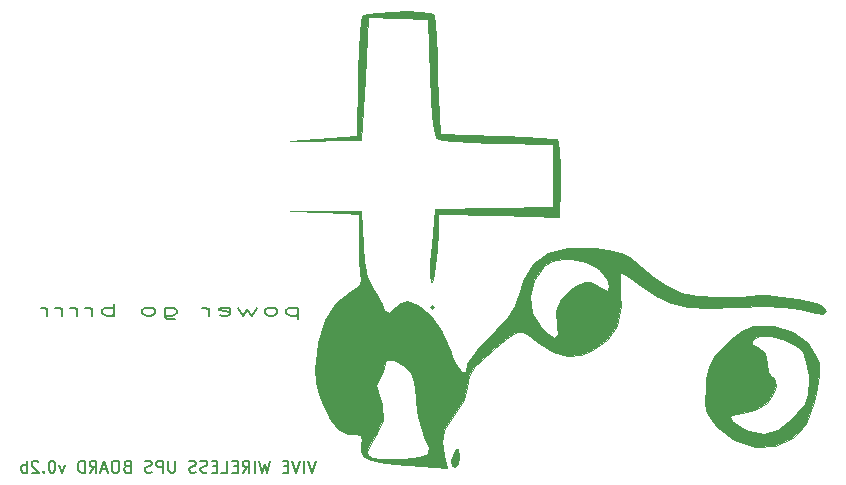
<source format=gbr>
%TF.GenerationSoftware,KiCad,Pcbnew,(5.99.0-12305-g62f7a09290)*%
%TF.CreationDate,2021-10-11T18:46:27-07:00*%
%TF.ProjectId,vive_ups,76697665-5f75-4707-932e-6b696361645f,rev?*%
%TF.SameCoordinates,Original*%
%TF.FileFunction,Legend,Bot*%
%TF.FilePolarity,Positive*%
%FSLAX46Y46*%
G04 Gerber Fmt 4.6, Leading zero omitted, Abs format (unit mm)*
G04 Created by KiCad (PCBNEW (5.99.0-12305-g62f7a09290)) date 2021-10-11 18:46:27*
%MOMM*%
%LPD*%
G01*
G04 APERTURE LIST*
%ADD10C,0.150000*%
%ADD11C,0.010000*%
G04 APERTURE END LIST*
D10*
X88464571Y-128309714D02*
X88464571Y-129309714D01*
X88464571Y-128357333D02*
X88271047Y-128309714D01*
X87884000Y-128309714D01*
X87690476Y-128357333D01*
X87593714Y-128404952D01*
X87496952Y-128500190D01*
X87496952Y-128785904D01*
X87593714Y-128881142D01*
X87690476Y-128928761D01*
X87884000Y-128976380D01*
X88271047Y-128976380D01*
X88464571Y-128928761D01*
X86335809Y-128976380D02*
X86529333Y-128928761D01*
X86626095Y-128881142D01*
X86722857Y-128785904D01*
X86722857Y-128500190D01*
X86626095Y-128404952D01*
X86529333Y-128357333D01*
X86335809Y-128309714D01*
X86045523Y-128309714D01*
X85852000Y-128357333D01*
X85755238Y-128404952D01*
X85658476Y-128500190D01*
X85658476Y-128785904D01*
X85755238Y-128881142D01*
X85852000Y-128928761D01*
X86045523Y-128976380D01*
X86335809Y-128976380D01*
X84981142Y-128309714D02*
X84594095Y-128976380D01*
X84207047Y-128500190D01*
X83820000Y-128976380D01*
X83432952Y-128309714D01*
X81884761Y-128928761D02*
X82078285Y-128976380D01*
X82465333Y-128976380D01*
X82658857Y-128928761D01*
X82755619Y-128833523D01*
X82755619Y-128452571D01*
X82658857Y-128357333D01*
X82465333Y-128309714D01*
X82078285Y-128309714D01*
X81884761Y-128357333D01*
X81788000Y-128452571D01*
X81788000Y-128547809D01*
X82755619Y-128643047D01*
X80917142Y-128976380D02*
X80917142Y-128309714D01*
X80917142Y-128500190D02*
X80820380Y-128404952D01*
X80723619Y-128357333D01*
X80530095Y-128309714D01*
X80336571Y-128309714D01*
X77240190Y-128309714D02*
X77240190Y-129119238D01*
X77336952Y-129214476D01*
X77433714Y-129262095D01*
X77627238Y-129309714D01*
X77917523Y-129309714D01*
X78111047Y-129262095D01*
X77240190Y-128928761D02*
X77433714Y-128976380D01*
X77820761Y-128976380D01*
X78014285Y-128928761D01*
X78111047Y-128881142D01*
X78207809Y-128785904D01*
X78207809Y-128500190D01*
X78111047Y-128404952D01*
X78014285Y-128357333D01*
X77820761Y-128309714D01*
X77433714Y-128309714D01*
X77240190Y-128357333D01*
X75982285Y-128976380D02*
X76175809Y-128928761D01*
X76272571Y-128881142D01*
X76369333Y-128785904D01*
X76369333Y-128500190D01*
X76272571Y-128404952D01*
X76175809Y-128357333D01*
X75982285Y-128309714D01*
X75692000Y-128309714D01*
X75498476Y-128357333D01*
X75401714Y-128404952D01*
X75304952Y-128500190D01*
X75304952Y-128785904D01*
X75401714Y-128881142D01*
X75498476Y-128928761D01*
X75692000Y-128976380D01*
X75982285Y-128976380D01*
X72885904Y-128976380D02*
X72885904Y-127976380D01*
X72885904Y-128357333D02*
X72692380Y-128309714D01*
X72305333Y-128309714D01*
X72111809Y-128357333D01*
X72015047Y-128404952D01*
X71918285Y-128500190D01*
X71918285Y-128785904D01*
X72015047Y-128881142D01*
X72111809Y-128928761D01*
X72305333Y-128976380D01*
X72692380Y-128976380D01*
X72885904Y-128928761D01*
X71047428Y-128976380D02*
X71047428Y-128309714D01*
X71047428Y-128500190D02*
X70950666Y-128404952D01*
X70853904Y-128357333D01*
X70660380Y-128309714D01*
X70466857Y-128309714D01*
X69789523Y-128976380D02*
X69789523Y-128309714D01*
X69789523Y-128500190D02*
X69692761Y-128404952D01*
X69596000Y-128357333D01*
X69402476Y-128309714D01*
X69208952Y-128309714D01*
X68531619Y-128976380D02*
X68531619Y-128309714D01*
X68531619Y-128500190D02*
X68434857Y-128404952D01*
X68338095Y-128357333D01*
X68144571Y-128309714D01*
X67951047Y-128309714D01*
X67273714Y-128976380D02*
X67273714Y-128309714D01*
X67273714Y-128500190D02*
X67176952Y-128404952D01*
X67080190Y-128357333D01*
X66886666Y-128309714D01*
X66693142Y-128309714D01*
X89993809Y-141268380D02*
X89660476Y-142268380D01*
X89327142Y-141268380D01*
X88993809Y-142268380D02*
X88993809Y-141268380D01*
X88660476Y-141268380D02*
X88327142Y-142268380D01*
X87993809Y-141268380D01*
X87660476Y-141744571D02*
X87327142Y-141744571D01*
X87184285Y-142268380D02*
X87660476Y-142268380D01*
X87660476Y-141268380D01*
X87184285Y-141268380D01*
X86089047Y-141268380D02*
X85850952Y-142268380D01*
X85660476Y-141554095D01*
X85470000Y-142268380D01*
X85231904Y-141268380D01*
X84850952Y-142268380D02*
X84850952Y-141268380D01*
X83803333Y-142268380D02*
X84136666Y-141792190D01*
X84374761Y-142268380D02*
X84374761Y-141268380D01*
X83993809Y-141268380D01*
X83898571Y-141316000D01*
X83850952Y-141363619D01*
X83803333Y-141458857D01*
X83803333Y-141601714D01*
X83850952Y-141696952D01*
X83898571Y-141744571D01*
X83993809Y-141792190D01*
X84374761Y-141792190D01*
X83374761Y-141744571D02*
X83041428Y-141744571D01*
X82898571Y-142268380D02*
X83374761Y-142268380D01*
X83374761Y-141268380D01*
X82898571Y-141268380D01*
X81993809Y-142268380D02*
X82470000Y-142268380D01*
X82470000Y-141268380D01*
X81660476Y-141744571D02*
X81327142Y-141744571D01*
X81184285Y-142268380D02*
X81660476Y-142268380D01*
X81660476Y-141268380D01*
X81184285Y-141268380D01*
X80803333Y-142220761D02*
X80660476Y-142268380D01*
X80422380Y-142268380D01*
X80327142Y-142220761D01*
X80279523Y-142173142D01*
X80231904Y-142077904D01*
X80231904Y-141982666D01*
X80279523Y-141887428D01*
X80327142Y-141839809D01*
X80422380Y-141792190D01*
X80612857Y-141744571D01*
X80708095Y-141696952D01*
X80755714Y-141649333D01*
X80803333Y-141554095D01*
X80803333Y-141458857D01*
X80755714Y-141363619D01*
X80708095Y-141316000D01*
X80612857Y-141268380D01*
X80374761Y-141268380D01*
X80231904Y-141316000D01*
X79850952Y-142220761D02*
X79708095Y-142268380D01*
X79470000Y-142268380D01*
X79374761Y-142220761D01*
X79327142Y-142173142D01*
X79279523Y-142077904D01*
X79279523Y-141982666D01*
X79327142Y-141887428D01*
X79374761Y-141839809D01*
X79470000Y-141792190D01*
X79660476Y-141744571D01*
X79755714Y-141696952D01*
X79803333Y-141649333D01*
X79850952Y-141554095D01*
X79850952Y-141458857D01*
X79803333Y-141363619D01*
X79755714Y-141316000D01*
X79660476Y-141268380D01*
X79422380Y-141268380D01*
X79279523Y-141316000D01*
X78089047Y-141268380D02*
X78089047Y-142077904D01*
X78041428Y-142173142D01*
X77993809Y-142220761D01*
X77898571Y-142268380D01*
X77708095Y-142268380D01*
X77612857Y-142220761D01*
X77565238Y-142173142D01*
X77517619Y-142077904D01*
X77517619Y-141268380D01*
X77041428Y-142268380D02*
X77041428Y-141268380D01*
X76660476Y-141268380D01*
X76565238Y-141316000D01*
X76517619Y-141363619D01*
X76470000Y-141458857D01*
X76470000Y-141601714D01*
X76517619Y-141696952D01*
X76565238Y-141744571D01*
X76660476Y-141792190D01*
X77041428Y-141792190D01*
X76089047Y-142220761D02*
X75946190Y-142268380D01*
X75708095Y-142268380D01*
X75612857Y-142220761D01*
X75565238Y-142173142D01*
X75517619Y-142077904D01*
X75517619Y-141982666D01*
X75565238Y-141887428D01*
X75612857Y-141839809D01*
X75708095Y-141792190D01*
X75898571Y-141744571D01*
X75993809Y-141696952D01*
X76041428Y-141649333D01*
X76089047Y-141554095D01*
X76089047Y-141458857D01*
X76041428Y-141363619D01*
X75993809Y-141316000D01*
X75898571Y-141268380D01*
X75660476Y-141268380D01*
X75517619Y-141316000D01*
X73993809Y-141744571D02*
X73850952Y-141792190D01*
X73803333Y-141839809D01*
X73755714Y-141935047D01*
X73755714Y-142077904D01*
X73803333Y-142173142D01*
X73850952Y-142220761D01*
X73946190Y-142268380D01*
X74327142Y-142268380D01*
X74327142Y-141268380D01*
X73993809Y-141268380D01*
X73898571Y-141316000D01*
X73850952Y-141363619D01*
X73803333Y-141458857D01*
X73803333Y-141554095D01*
X73850952Y-141649333D01*
X73898571Y-141696952D01*
X73993809Y-141744571D01*
X74327142Y-141744571D01*
X73136666Y-141268380D02*
X72946190Y-141268380D01*
X72850952Y-141316000D01*
X72755714Y-141411238D01*
X72708095Y-141601714D01*
X72708095Y-141935047D01*
X72755714Y-142125523D01*
X72850952Y-142220761D01*
X72946190Y-142268380D01*
X73136666Y-142268380D01*
X73231904Y-142220761D01*
X73327142Y-142125523D01*
X73374761Y-141935047D01*
X73374761Y-141601714D01*
X73327142Y-141411238D01*
X73231904Y-141316000D01*
X73136666Y-141268380D01*
X72327142Y-141982666D02*
X71850952Y-141982666D01*
X72422380Y-142268380D02*
X72089047Y-141268380D01*
X71755714Y-142268380D01*
X70850952Y-142268380D02*
X71184285Y-141792190D01*
X71422380Y-142268380D02*
X71422380Y-141268380D01*
X71041428Y-141268380D01*
X70946190Y-141316000D01*
X70898571Y-141363619D01*
X70850952Y-141458857D01*
X70850952Y-141601714D01*
X70898571Y-141696952D01*
X70946190Y-141744571D01*
X71041428Y-141792190D01*
X71422380Y-141792190D01*
X70422380Y-142268380D02*
X70422380Y-141268380D01*
X70184285Y-141268380D01*
X70041428Y-141316000D01*
X69946190Y-141411238D01*
X69898571Y-141506476D01*
X69850952Y-141696952D01*
X69850952Y-141839809D01*
X69898571Y-142030285D01*
X69946190Y-142125523D01*
X70041428Y-142220761D01*
X70184285Y-142268380D01*
X70422380Y-142268380D01*
X68755714Y-141601714D02*
X68517619Y-142268380D01*
X68279523Y-141601714D01*
X67708095Y-141268380D02*
X67612857Y-141268380D01*
X67517619Y-141316000D01*
X67470000Y-141363619D01*
X67422380Y-141458857D01*
X67374761Y-141649333D01*
X67374761Y-141887428D01*
X67422380Y-142077904D01*
X67470000Y-142173142D01*
X67517619Y-142220761D01*
X67612857Y-142268380D01*
X67708095Y-142268380D01*
X67803333Y-142220761D01*
X67850952Y-142173142D01*
X67898571Y-142077904D01*
X67946190Y-141887428D01*
X67946190Y-141649333D01*
X67898571Y-141458857D01*
X67850952Y-141363619D01*
X67803333Y-141316000D01*
X67708095Y-141268380D01*
X66946190Y-142173142D02*
X66898571Y-142220761D01*
X66946190Y-142268380D01*
X66993809Y-142220761D01*
X66946190Y-142173142D01*
X66946190Y-142268380D01*
X66517619Y-141363619D02*
X66470000Y-141316000D01*
X66374761Y-141268380D01*
X66136666Y-141268380D01*
X66041428Y-141316000D01*
X65993809Y-141363619D01*
X65946190Y-141458857D01*
X65946190Y-141554095D01*
X65993809Y-141696952D01*
X66565238Y-142268380D01*
X65946190Y-142268380D01*
X65517619Y-142268380D02*
X65517619Y-141268380D01*
X65517619Y-141649333D02*
X65422380Y-141601714D01*
X65231904Y-141601714D01*
X65136666Y-141649333D01*
X65089047Y-141696952D01*
X65041428Y-141792190D01*
X65041428Y-142077904D01*
X65089047Y-142173142D01*
X65136666Y-142220761D01*
X65231904Y-142268380D01*
X65422380Y-142268380D01*
X65517619Y-142220761D01*
D11*
%TO.C,G\u002A\u002A\u002A*%
X101870972Y-140265815D02*
X101758750Y-140422109D01*
X101758750Y-140422109D02*
X101445981Y-141167250D01*
X101445981Y-141167250D02*
X101504459Y-141704947D01*
X101504459Y-141704947D02*
X101758750Y-141833220D01*
X101758750Y-141833220D02*
X102013029Y-141528955D01*
X102013029Y-141528955D02*
X102106126Y-140863081D01*
X102106126Y-140863081D02*
X102053449Y-140247192D01*
X102053449Y-140247192D02*
X101870972Y-140265815D01*
X101870972Y-140265815D02*
X101870972Y-140265815D01*
G36*
X102106126Y-140863081D02*
G01*
X102013029Y-141528955D01*
X101758750Y-141833220D01*
X101504459Y-141704947D01*
X101445981Y-141167250D01*
X101758750Y-140422109D01*
X101870972Y-140265815D01*
X102053449Y-140247192D01*
X102106126Y-140863081D01*
G37*
X102106126Y-140863081D02*
X102013029Y-141528955D01*
X101758750Y-141833220D01*
X101504459Y-141704947D01*
X101445981Y-141167250D01*
X101758750Y-140422109D01*
X101870972Y-140265815D01*
X102053449Y-140247192D01*
X102106126Y-140863081D01*
X90734445Y-120215623D02*
X93644861Y-120342310D01*
X93644861Y-120342310D02*
X93644861Y-122945023D01*
X93644861Y-122945023D02*
X93666988Y-124282144D01*
X93666988Y-124282144D02*
X93725268Y-125370375D01*
X93725268Y-125370375D02*
X93807552Y-125991484D01*
X93807552Y-125991484D02*
X93815918Y-126017562D01*
X93815918Y-126017562D02*
X93644316Y-126483311D01*
X93644316Y-126483311D02*
X92931732Y-126979409D01*
X92931732Y-126979409D02*
X92854406Y-127016553D01*
X92854406Y-127016553D02*
X91667487Y-127901339D01*
X91667487Y-127901339D02*
X90799635Y-129323490D01*
X90799635Y-129323490D02*
X90222581Y-131335199D01*
X90222581Y-131335199D02*
X90094772Y-132111639D01*
X90094772Y-132111639D02*
X89942084Y-133522164D01*
X89942084Y-133522164D02*
X89986258Y-134585713D01*
X89986258Y-134585713D02*
X90259652Y-135641419D01*
X90259652Y-135641419D02*
X90491536Y-136270040D01*
X90491536Y-136270040D02*
X91170950Y-137730866D01*
X91170950Y-137730866D02*
X91885608Y-138596234D01*
X91885608Y-138596234D02*
X92741606Y-138972672D01*
X92741606Y-138972672D02*
X93221365Y-139010998D01*
X93221365Y-139010998D02*
X93831899Y-139116433D01*
X93831899Y-139116433D02*
X93922841Y-139574139D01*
X93922841Y-139574139D02*
X93862904Y-139852577D01*
X93862904Y-139852577D02*
X93801542Y-140475984D01*
X93801542Y-140475984D02*
X94047028Y-140921180D01*
X94047028Y-140921180D02*
X94696268Y-141231831D01*
X94696268Y-141231831D02*
X95846171Y-141451608D01*
X95846171Y-141451608D02*
X97593643Y-141624180D01*
X97593643Y-141624180D02*
X97835790Y-141642859D01*
X97835790Y-141642859D02*
X101144775Y-141893352D01*
X101144775Y-141893352D02*
X100873405Y-140893147D01*
X100873405Y-140893147D02*
X100731974Y-140100650D01*
X100731974Y-140100650D02*
X99598466Y-140100650D01*
X99598466Y-140100650D02*
X99476331Y-140658214D01*
X99476331Y-140658214D02*
X98782810Y-140984130D01*
X98782810Y-140984130D02*
X97466747Y-141118477D01*
X97466747Y-141118477D02*
X96830933Y-141127665D01*
X96830933Y-141127665D02*
X95500901Y-141100017D01*
X95500901Y-141100017D02*
X94737437Y-140996309D01*
X94737437Y-140996309D02*
X94402985Y-140785389D01*
X94402985Y-140785389D02*
X94350417Y-140565947D01*
X94350417Y-140565947D02*
X94557549Y-139906008D01*
X94557549Y-139906008D02*
X95055592Y-139107744D01*
X95055592Y-139107744D02*
X95055972Y-139107261D01*
X95055972Y-139107261D02*
X95679048Y-137832669D01*
X95679048Y-137832669D02*
X95622988Y-136424452D01*
X95622988Y-136424452D02*
X95347764Y-135666639D01*
X95347764Y-135666639D02*
X95110571Y-134880965D01*
X95110571Y-134880965D02*
X95322193Y-134371056D01*
X95322193Y-134371056D02*
X95347764Y-134344762D01*
X95347764Y-134344762D02*
X95711797Y-133646640D01*
X95711797Y-133646640D02*
X95761528Y-133295998D01*
X95761528Y-133295998D02*
X95984015Y-132761344D01*
X95984015Y-132761344D02*
X96583256Y-132743620D01*
X96583256Y-132743620D02*
X97456925Y-133241790D01*
X97456925Y-133241790D02*
X97548223Y-133314083D01*
X97548223Y-133314083D02*
X98029248Y-133850406D01*
X98029248Y-133850406D02*
X98319619Y-134627187D01*
X98319619Y-134627187D02*
X98488660Y-135852384D01*
X98488660Y-135852384D02*
X98517921Y-136222999D01*
X98517921Y-136222999D02*
X98684623Y-137544099D01*
X98684623Y-137544099D02*
X98951343Y-138678966D01*
X98951343Y-138678966D02*
X99200377Y-139271357D01*
X99200377Y-139271357D02*
X99598466Y-140100650D01*
X99598466Y-140100650D02*
X100731974Y-140100650D01*
X100731974Y-140100650D02*
X100651384Y-139649077D01*
X100651384Y-139649077D02*
X100837939Y-138673165D01*
X100837939Y-138673165D02*
X101507988Y-137662184D01*
X101507988Y-137662184D02*
X101738198Y-137393008D01*
X101738198Y-137393008D02*
X102586063Y-136107876D01*
X102586063Y-136107876D02*
X102817084Y-134982828D01*
X102817084Y-134982828D02*
X102955683Y-134098817D01*
X102955683Y-134098817D02*
X103462380Y-133287648D01*
X103462380Y-133287648D02*
X104199129Y-132552836D01*
X104199129Y-132552836D02*
X105188767Y-131701874D01*
X105188767Y-131701874D02*
X106125567Y-130964891D01*
X106125567Y-130964891D02*
X106475769Y-130718080D01*
X106475769Y-130718080D02*
X107049405Y-130392645D01*
X107049405Y-130392645D02*
X107516086Y-130379468D01*
X107516086Y-130379468D02*
X108122197Y-130729107D01*
X108122197Y-130729107D02*
X108709695Y-131176479D01*
X108709695Y-131176479D02*
X110066821Y-132076343D01*
X110066821Y-132076343D02*
X111244194Y-132431069D01*
X111244194Y-132431069D02*
X112459339Y-132278596D01*
X112459339Y-132278596D02*
X113269358Y-131971736D01*
X113269358Y-131971736D02*
X114670682Y-131070544D01*
X114670682Y-131070544D02*
X115509146Y-129819723D01*
X115509146Y-129819723D02*
X115821323Y-128149144D01*
X115821323Y-128149144D02*
X115791542Y-127135238D01*
X115791542Y-127135238D02*
X115753793Y-126511924D01*
X115753793Y-126511924D02*
X114811528Y-126511924D01*
X114811528Y-126511924D02*
X114757245Y-126884915D01*
X114757245Y-126884915D02*
X114470045Y-126851339D01*
X114470045Y-126851339D02*
X113913373Y-126509206D01*
X113913373Y-126509206D02*
X113286335Y-126158770D01*
X113286335Y-126158770D02*
X112771059Y-126152793D01*
X112771059Y-126152793D02*
X112057787Y-126513909D01*
X112057787Y-126513909D02*
X111814920Y-126662537D01*
X111814920Y-126662537D02*
X110745734Y-127557018D01*
X110745734Y-127557018D02*
X110309428Y-128607039D01*
X110309428Y-128607039D02*
X110403547Y-129846703D01*
X110403547Y-129846703D02*
X110472126Y-130644898D01*
X110472126Y-130644898D02*
X110189381Y-130842682D01*
X110189381Y-130842682D02*
X109546513Y-130440831D01*
X109546513Y-130440831D02*
X109038801Y-129967058D01*
X109038801Y-129967058D02*
X108297548Y-128765295D01*
X108297548Y-128765295D02*
X108110934Y-127344610D01*
X108110934Y-127344610D02*
X108497209Y-125944439D01*
X108497209Y-125944439D02*
X108705663Y-125595743D01*
X108705663Y-125595743D02*
X109353657Y-124769905D01*
X109353657Y-124769905D02*
X110011648Y-124354465D01*
X110011648Y-124354465D02*
X110961635Y-124211715D01*
X110961635Y-124211715D02*
X111564369Y-124199733D01*
X111564369Y-124199733D02*
X112845937Y-124425034D01*
X112845937Y-124425034D02*
X113935568Y-125020418D01*
X113935568Y-125020418D02*
X114643906Y-125851053D01*
X114643906Y-125851053D02*
X114811528Y-126511924D01*
X114811528Y-126511924D02*
X115753793Y-126511924D01*
X115753793Y-126511924D02*
X115728398Y-126092615D01*
X115728398Y-126092615D02*
X115731714Y-125408971D01*
X115731714Y-125408971D02*
X115773807Y-125252664D01*
X115773807Y-125252664D02*
X116105719Y-125449096D01*
X116105719Y-125449096D02*
X116821634Y-125957374D01*
X116821634Y-125957374D02*
X117529382Y-126487484D01*
X117529382Y-126487484D02*
X118802880Y-127347297D01*
X118802880Y-127347297D02*
X120074139Y-127917658D01*
X120074139Y-127917658D02*
X121514704Y-128235665D01*
X121514704Y-128235665D02*
X123296120Y-128338411D01*
X123296120Y-128338411D02*
X125589932Y-128262994D01*
X125589932Y-128262994D02*
X125707746Y-128256018D01*
X125707746Y-128256018D02*
X127915722Y-128173803D01*
X127915722Y-128173803D02*
X129615883Y-128236287D01*
X129615883Y-128236287D02*
X130992811Y-128452525D01*
X130992811Y-128452525D02*
X131303889Y-128530514D01*
X131303889Y-128530514D02*
X132388511Y-128793973D01*
X132388511Y-128793973D02*
X132953496Y-128834154D01*
X132953496Y-128834154D02*
X133147733Y-128653356D01*
X133147733Y-128653356D02*
X133155972Y-128559097D01*
X133155972Y-128559097D02*
X132856739Y-128125629D01*
X132856739Y-128125629D02*
X132362222Y-127913513D01*
X132362222Y-127913513D02*
X130802215Y-127603351D01*
X130802215Y-127603351D02*
X129353888Y-127373955D01*
X129353888Y-127373955D02*
X128189593Y-127247294D01*
X128189593Y-127247294D02*
X127481681Y-127245333D01*
X127481681Y-127245333D02*
X127374273Y-127277770D01*
X127374273Y-127277770D02*
X126896881Y-127360704D01*
X126896881Y-127360704D02*
X125898407Y-127412185D01*
X125898407Y-127412185D02*
X124562923Y-127424534D01*
X124562923Y-127424534D02*
X124020937Y-127417661D01*
X124020937Y-127417661D02*
X122305207Y-127323519D01*
X122305207Y-127323519D02*
X120956802Y-127052630D01*
X120956802Y-127052630D02*
X119746090Y-126512246D01*
X119746090Y-126512246D02*
X118443441Y-125609624D01*
X118443441Y-125609624D02*
X117381410Y-124736033D01*
X117381410Y-124736033D02*
X116729374Y-124185127D01*
X116729374Y-124185127D02*
X116439807Y-123942496D01*
X116439807Y-123942496D02*
X115834526Y-123684151D01*
X115834526Y-123684151D02*
X114770781Y-123439209D01*
X114770781Y-123439209D02*
X113654727Y-123281478D01*
X113654727Y-123281478D02*
X111387774Y-123248225D01*
X111387774Y-123248225D02*
X109632688Y-123682028D01*
X109632688Y-123682028D02*
X108354411Y-124604205D01*
X108354411Y-124604205D02*
X107517888Y-126036074D01*
X107517888Y-126036074D02*
X107202772Y-127204854D01*
X107202772Y-127204854D02*
X106904344Y-128135871D01*
X106904344Y-128135871D02*
X106296438Y-129083515D01*
X106296438Y-129083515D02*
X105261853Y-130218743D01*
X105261853Y-130218743D02*
X104879420Y-130593819D01*
X104879420Y-130593819D02*
X103915027Y-131590621D01*
X103915027Y-131590621D02*
X103191806Y-132464506D01*
X103191806Y-132464506D02*
X102834600Y-133060650D01*
X102834600Y-133060650D02*
X102817084Y-133151458D01*
X102817084Y-133151458D02*
X102682620Y-133715116D01*
X102682620Y-133715116D02*
X102353137Y-133731197D01*
X102353137Y-133731197D02*
X101939495Y-133287931D01*
X101939495Y-133287931D02*
X101552555Y-132473543D01*
X101552555Y-132473543D02*
X101425064Y-132043637D01*
X101425064Y-132043637D02*
X100625875Y-130196052D01*
X100625875Y-130196052D02*
X99724089Y-129045026D01*
X99724089Y-129045026D02*
X98625032Y-128089643D01*
X98625032Y-128089643D02*
X97752153Y-127756704D01*
X97752153Y-127756704D02*
X97037082Y-128027521D01*
X97037082Y-128027521D02*
X96819861Y-128251276D01*
X96819861Y-128251276D02*
X96234220Y-128734174D01*
X96234220Y-128734174D02*
X95803571Y-128533726D01*
X95803571Y-128533726D02*
X95567185Y-127986692D01*
X95567185Y-127986692D02*
X95128249Y-127066261D01*
X95128249Y-127066261D02*
X94749662Y-126540256D01*
X94749662Y-126540256D02*
X94370773Y-125742197D01*
X94370773Y-125742197D02*
X94109901Y-124318888D01*
X94109901Y-124318888D02*
X93997639Y-123012478D01*
X93997639Y-123012478D02*
X93821250Y-120137387D01*
X93821250Y-120137387D02*
X87824028Y-120088937D01*
X87824028Y-120088937D02*
X90734445Y-120215623D01*
X90734445Y-120215623D02*
X90734445Y-120215623D01*
G36*
X101144775Y-141893352D02*
G01*
X97835790Y-141642859D01*
X97593643Y-141624180D01*
X95846171Y-141451608D01*
X94696268Y-141231831D01*
X94047028Y-140921180D01*
X93851149Y-140565947D01*
X94350417Y-140565947D01*
X94402985Y-140785389D01*
X94737437Y-140996309D01*
X95500901Y-141100017D01*
X96830933Y-141127665D01*
X97466747Y-141118477D01*
X98782810Y-140984130D01*
X99476331Y-140658214D01*
X99598466Y-140100650D01*
X99200377Y-139271357D01*
X98951343Y-138678966D01*
X98684623Y-137544099D01*
X98517921Y-136222999D01*
X98488660Y-135852384D01*
X98319619Y-134627187D01*
X98029248Y-133850406D01*
X97548223Y-133314083D01*
X97456925Y-133241790D01*
X96583256Y-132743620D01*
X95984015Y-132761344D01*
X95761528Y-133295998D01*
X95711797Y-133646640D01*
X95347764Y-134344762D01*
X95322193Y-134371056D01*
X95110571Y-134880965D01*
X95347764Y-135666639D01*
X95622988Y-136424452D01*
X95679048Y-137832669D01*
X95055972Y-139107261D01*
X95055592Y-139107744D01*
X94557549Y-139906008D01*
X94350417Y-140565947D01*
X93851149Y-140565947D01*
X93801542Y-140475984D01*
X93862904Y-139852577D01*
X93922841Y-139574139D01*
X93831899Y-139116433D01*
X93221365Y-139010998D01*
X92741606Y-138972672D01*
X91885608Y-138596234D01*
X91170950Y-137730866D01*
X90491536Y-136270040D01*
X90259652Y-135641419D01*
X89986258Y-134585713D01*
X89942084Y-133522164D01*
X90094772Y-132111639D01*
X90222581Y-131335199D01*
X90799635Y-129323490D01*
X91667487Y-127901339D01*
X92854406Y-127016553D01*
X92931732Y-126979409D01*
X93644316Y-126483311D01*
X93815918Y-126017562D01*
X93807552Y-125991484D01*
X93725268Y-125370375D01*
X93666988Y-124282144D01*
X93644861Y-122945023D01*
X93644861Y-120342310D01*
X90734445Y-120215623D01*
X87824028Y-120088937D01*
X93821250Y-120137387D01*
X93997639Y-123012478D01*
X94109901Y-124318888D01*
X94370773Y-125742197D01*
X94749662Y-126540256D01*
X95128249Y-127066261D01*
X95567185Y-127986692D01*
X95803571Y-128533726D01*
X96234220Y-128734174D01*
X96819861Y-128251276D01*
X97037082Y-128027521D01*
X97752153Y-127756704D01*
X98625032Y-128089643D01*
X99724089Y-129045026D01*
X100625875Y-130196052D01*
X101425064Y-132043637D01*
X101552555Y-132473543D01*
X101939495Y-133287931D01*
X102353137Y-133731197D01*
X102682620Y-133715116D01*
X102817084Y-133151458D01*
X102834600Y-133060650D01*
X103191806Y-132464506D01*
X103915027Y-131590621D01*
X104879420Y-130593819D01*
X105261853Y-130218743D01*
X106296438Y-129083515D01*
X106904344Y-128135871D01*
X107157975Y-127344610D01*
X108110934Y-127344610D01*
X108297548Y-128765295D01*
X109038801Y-129967058D01*
X109546513Y-130440831D01*
X110189381Y-130842682D01*
X110472126Y-130644898D01*
X110403547Y-129846703D01*
X110309428Y-128607039D01*
X110745734Y-127557018D01*
X111814920Y-126662537D01*
X112057787Y-126513909D01*
X112771059Y-126152793D01*
X113286335Y-126158770D01*
X113913373Y-126509206D01*
X114470045Y-126851339D01*
X114757245Y-126884915D01*
X114811528Y-126511924D01*
X114643906Y-125851053D01*
X113935568Y-125020418D01*
X112845937Y-124425034D01*
X111564369Y-124199733D01*
X110961635Y-124211715D01*
X110011648Y-124354465D01*
X109353657Y-124769905D01*
X108705663Y-125595743D01*
X108497209Y-125944439D01*
X108110934Y-127344610D01*
X107157975Y-127344610D01*
X107202772Y-127204854D01*
X107517888Y-126036074D01*
X108354411Y-124604205D01*
X109632688Y-123682028D01*
X111387774Y-123248225D01*
X113654727Y-123281478D01*
X114770781Y-123439209D01*
X115834526Y-123684151D01*
X116439807Y-123942496D01*
X116729374Y-124185127D01*
X117381410Y-124736033D01*
X118443441Y-125609624D01*
X119746090Y-126512246D01*
X120956802Y-127052630D01*
X122305207Y-127323519D01*
X124020937Y-127417661D01*
X124562923Y-127424534D01*
X125898407Y-127412185D01*
X126896881Y-127360704D01*
X127374273Y-127277770D01*
X127481681Y-127245333D01*
X128189593Y-127247294D01*
X129353888Y-127373955D01*
X130802215Y-127603351D01*
X132362222Y-127913513D01*
X132856739Y-128125629D01*
X133155972Y-128559097D01*
X133147733Y-128653356D01*
X132953496Y-128834154D01*
X132388511Y-128793973D01*
X131303889Y-128530514D01*
X130992811Y-128452525D01*
X129615883Y-128236287D01*
X127915722Y-128173803D01*
X125707746Y-128256018D01*
X125589932Y-128262994D01*
X123296120Y-128338411D01*
X121514704Y-128235665D01*
X120074139Y-127917658D01*
X118802880Y-127347297D01*
X117529382Y-126487484D01*
X116821634Y-125957374D01*
X116105719Y-125449096D01*
X115773807Y-125252664D01*
X115731714Y-125408971D01*
X115728398Y-126092615D01*
X115753793Y-126511924D01*
X115791542Y-127135238D01*
X115821323Y-128149144D01*
X115509146Y-129819723D01*
X114670682Y-131070544D01*
X113269358Y-131971736D01*
X112459339Y-132278596D01*
X111244194Y-132431069D01*
X110066821Y-132076343D01*
X108709695Y-131176479D01*
X108122197Y-130729107D01*
X107516086Y-130379468D01*
X107049405Y-130392645D01*
X106475769Y-130718080D01*
X106125567Y-130964891D01*
X105188767Y-131701874D01*
X104199129Y-132552836D01*
X103462380Y-133287648D01*
X102955683Y-134098817D01*
X102817084Y-134982828D01*
X102586063Y-136107876D01*
X101738198Y-137393008D01*
X101507988Y-137662184D01*
X100837939Y-138673165D01*
X100651384Y-139649077D01*
X100731974Y-140100650D01*
X100873405Y-140893147D01*
X101144775Y-141893352D01*
G37*
X101144775Y-141893352D02*
X97835790Y-141642859D01*
X97593643Y-141624180D01*
X95846171Y-141451608D01*
X94696268Y-141231831D01*
X94047028Y-140921180D01*
X93851149Y-140565947D01*
X94350417Y-140565947D01*
X94402985Y-140785389D01*
X94737437Y-140996309D01*
X95500901Y-141100017D01*
X96830933Y-141127665D01*
X97466747Y-141118477D01*
X98782810Y-140984130D01*
X99476331Y-140658214D01*
X99598466Y-140100650D01*
X99200377Y-139271357D01*
X98951343Y-138678966D01*
X98684623Y-137544099D01*
X98517921Y-136222999D01*
X98488660Y-135852384D01*
X98319619Y-134627187D01*
X98029248Y-133850406D01*
X97548223Y-133314083D01*
X97456925Y-133241790D01*
X96583256Y-132743620D01*
X95984015Y-132761344D01*
X95761528Y-133295998D01*
X95711797Y-133646640D01*
X95347764Y-134344762D01*
X95322193Y-134371056D01*
X95110571Y-134880965D01*
X95347764Y-135666639D01*
X95622988Y-136424452D01*
X95679048Y-137832669D01*
X95055972Y-139107261D01*
X95055592Y-139107744D01*
X94557549Y-139906008D01*
X94350417Y-140565947D01*
X93851149Y-140565947D01*
X93801542Y-140475984D01*
X93862904Y-139852577D01*
X93922841Y-139574139D01*
X93831899Y-139116433D01*
X93221365Y-139010998D01*
X92741606Y-138972672D01*
X91885608Y-138596234D01*
X91170950Y-137730866D01*
X90491536Y-136270040D01*
X90259652Y-135641419D01*
X89986258Y-134585713D01*
X89942084Y-133522164D01*
X90094772Y-132111639D01*
X90222581Y-131335199D01*
X90799635Y-129323490D01*
X91667487Y-127901339D01*
X92854406Y-127016553D01*
X92931732Y-126979409D01*
X93644316Y-126483311D01*
X93815918Y-126017562D01*
X93807552Y-125991484D01*
X93725268Y-125370375D01*
X93666988Y-124282144D01*
X93644861Y-122945023D01*
X93644861Y-120342310D01*
X90734445Y-120215623D01*
X87824028Y-120088937D01*
X93821250Y-120137387D01*
X93997639Y-123012478D01*
X94109901Y-124318888D01*
X94370773Y-125742197D01*
X94749662Y-126540256D01*
X95128249Y-127066261D01*
X95567185Y-127986692D01*
X95803571Y-128533726D01*
X96234220Y-128734174D01*
X96819861Y-128251276D01*
X97037082Y-128027521D01*
X97752153Y-127756704D01*
X98625032Y-128089643D01*
X99724089Y-129045026D01*
X100625875Y-130196052D01*
X101425064Y-132043637D01*
X101552555Y-132473543D01*
X101939495Y-133287931D01*
X102353137Y-133731197D01*
X102682620Y-133715116D01*
X102817084Y-133151458D01*
X102834600Y-133060650D01*
X103191806Y-132464506D01*
X103915027Y-131590621D01*
X104879420Y-130593819D01*
X105261853Y-130218743D01*
X106296438Y-129083515D01*
X106904344Y-128135871D01*
X107157975Y-127344610D01*
X108110934Y-127344610D01*
X108297548Y-128765295D01*
X109038801Y-129967058D01*
X109546513Y-130440831D01*
X110189381Y-130842682D01*
X110472126Y-130644898D01*
X110403547Y-129846703D01*
X110309428Y-128607039D01*
X110745734Y-127557018D01*
X111814920Y-126662537D01*
X112057787Y-126513909D01*
X112771059Y-126152793D01*
X113286335Y-126158770D01*
X113913373Y-126509206D01*
X114470045Y-126851339D01*
X114757245Y-126884915D01*
X114811528Y-126511924D01*
X114643906Y-125851053D01*
X113935568Y-125020418D01*
X112845937Y-124425034D01*
X111564369Y-124199733D01*
X110961635Y-124211715D01*
X110011648Y-124354465D01*
X109353657Y-124769905D01*
X108705663Y-125595743D01*
X108497209Y-125944439D01*
X108110934Y-127344610D01*
X107157975Y-127344610D01*
X107202772Y-127204854D01*
X107517888Y-126036074D01*
X108354411Y-124604205D01*
X109632688Y-123682028D01*
X111387774Y-123248225D01*
X113654727Y-123281478D01*
X114770781Y-123439209D01*
X115834526Y-123684151D01*
X116439807Y-123942496D01*
X116729374Y-124185127D01*
X117381410Y-124736033D01*
X118443441Y-125609624D01*
X119746090Y-126512246D01*
X120956802Y-127052630D01*
X122305207Y-127323519D01*
X124020937Y-127417661D01*
X124562923Y-127424534D01*
X125898407Y-127412185D01*
X126896881Y-127360704D01*
X127374273Y-127277770D01*
X127481681Y-127245333D01*
X128189593Y-127247294D01*
X129353888Y-127373955D01*
X130802215Y-127603351D01*
X132362222Y-127913513D01*
X132856739Y-128125629D01*
X133155972Y-128559097D01*
X133147733Y-128653356D01*
X132953496Y-128834154D01*
X132388511Y-128793973D01*
X131303889Y-128530514D01*
X130992811Y-128452525D01*
X129615883Y-128236287D01*
X127915722Y-128173803D01*
X125707746Y-128256018D01*
X125589932Y-128262994D01*
X123296120Y-128338411D01*
X121514704Y-128235665D01*
X120074139Y-127917658D01*
X118802880Y-127347297D01*
X117529382Y-126487484D01*
X116821634Y-125957374D01*
X116105719Y-125449096D01*
X115773807Y-125252664D01*
X115731714Y-125408971D01*
X115728398Y-126092615D01*
X115753793Y-126511924D01*
X115791542Y-127135238D01*
X115821323Y-128149144D01*
X115509146Y-129819723D01*
X114670682Y-131070544D01*
X113269358Y-131971736D01*
X112459339Y-132278596D01*
X111244194Y-132431069D01*
X110066821Y-132076343D01*
X108709695Y-131176479D01*
X108122197Y-130729107D01*
X107516086Y-130379468D01*
X107049405Y-130392645D01*
X106475769Y-130718080D01*
X106125567Y-130964891D01*
X105188767Y-131701874D01*
X104199129Y-132552836D01*
X103462380Y-133287648D01*
X102955683Y-134098817D01*
X102817084Y-134982828D01*
X102586063Y-136107876D01*
X101738198Y-137393008D01*
X101507988Y-137662184D01*
X100837939Y-138673165D01*
X100651384Y-139649077D01*
X100731974Y-140100650D01*
X100873405Y-140893147D01*
X101144775Y-141893352D01*
X126976829Y-129886748D02*
X126123421Y-130301025D01*
X126123421Y-130301025D02*
X125104602Y-131051981D01*
X125104602Y-131051981D02*
X124530368Y-131584793D01*
X124530368Y-131584793D02*
X123713904Y-132502954D01*
X123713904Y-132502954D02*
X123271325Y-133320210D01*
X123271325Y-133320210D02*
X123061030Y-134358478D01*
X123061030Y-134358478D02*
X122998242Y-135067947D01*
X122998242Y-135067947D02*
X122946129Y-136285270D01*
X122946129Y-136285270D02*
X123064097Y-137088984D01*
X123064097Y-137088984D02*
X123433857Y-137765481D01*
X123433857Y-137765481D02*
X123943941Y-138382593D01*
X123943941Y-138382593D02*
X125409974Y-139547750D01*
X125409974Y-139547750D02*
X127158198Y-140103713D01*
X127158198Y-140103713D02*
X128917563Y-140029998D01*
X128917563Y-140029998D02*
X130376025Y-139381141D01*
X130376025Y-139381141D02*
X131481694Y-138133468D01*
X131481694Y-138133468D02*
X132218104Y-136308399D01*
X132218104Y-136308399D02*
X132389877Y-135512842D01*
X132389877Y-135512842D02*
X132509338Y-134544885D01*
X132509338Y-134544885D02*
X131744861Y-134544885D01*
X131744861Y-134544885D02*
X131683293Y-135636472D01*
X131683293Y-135636472D02*
X131407522Y-136426789D01*
X131407522Y-136426789D02*
X130780948Y-137224669D01*
X130780948Y-137224669D02*
X130375254Y-137641390D01*
X130375254Y-137641390D02*
X129138371Y-138636990D01*
X129138371Y-138636990D02*
X127966491Y-138996933D01*
X127966491Y-138996933D02*
X126695730Y-138752961D01*
X126695730Y-138752961D02*
X126082898Y-138472772D01*
X126082898Y-138472772D02*
X125268608Y-137928416D01*
X125268608Y-137928416D02*
X125103179Y-137510764D01*
X125103179Y-137510764D02*
X125588016Y-137277097D01*
X125588016Y-137277097D02*
X126052842Y-137247109D01*
X126052842Y-137247109D02*
X127175058Y-136992713D01*
X127175058Y-136992713D02*
X128163342Y-136346796D01*
X128163342Y-136346796D02*
X128799978Y-135485261D01*
X128799978Y-135485261D02*
X128922639Y-134928449D01*
X128922639Y-134928449D02*
X128798598Y-134277821D01*
X128798598Y-134277821D02*
X128569861Y-134072109D01*
X128569861Y-134072109D02*
X128325085Y-133764820D01*
X128325085Y-133764820D02*
X128217326Y-133021280D01*
X128217326Y-133021280D02*
X128217084Y-132980749D01*
X128217084Y-132980749D02*
X128062758Y-132105855D01*
X128062758Y-132105855D02*
X127538050Y-131712088D01*
X127538050Y-131712088D02*
X127511528Y-131704882D01*
X127511528Y-131704882D02*
X126890489Y-131386228D01*
X126890489Y-131386228D02*
X126953956Y-131004718D01*
X126953956Y-131004718D02*
X127517067Y-130718962D01*
X127517067Y-130718962D02*
X128542870Y-130684169D01*
X128542870Y-130684169D02*
X129744428Y-131027409D01*
X129744428Y-131027409D02*
X130795972Y-131630446D01*
X130795972Y-131630446D02*
X131214601Y-132060935D01*
X131214601Y-132060935D02*
X131540729Y-132884126D01*
X131540729Y-132884126D02*
X131726546Y-134060029D01*
X131726546Y-134060029D02*
X131744861Y-134544885D01*
X131744861Y-134544885D02*
X132509338Y-134544885D01*
X132509338Y-134544885D02*
X132562420Y-134114781D01*
X132562420Y-134114781D02*
X132562337Y-132998141D01*
X132562337Y-132998141D02*
X132473035Y-132556812D01*
X132473035Y-132556812D02*
X131647619Y-131319559D01*
X131647619Y-131319559D02*
X130360413Y-130381328D01*
X130360413Y-130381328D02*
X128828048Y-129847360D01*
X128828048Y-129847360D02*
X127267155Y-129822894D01*
X127267155Y-129822894D02*
X126976829Y-129886748D01*
X126976829Y-129886748D02*
X126976829Y-129886748D01*
G36*
X132218104Y-136308399D02*
G01*
X131481694Y-138133468D01*
X130376025Y-139381141D01*
X128917563Y-140029998D01*
X127158198Y-140103713D01*
X125409974Y-139547750D01*
X123943941Y-138382593D01*
X123433857Y-137765481D01*
X123294634Y-137510764D01*
X125103179Y-137510764D01*
X125268608Y-137928416D01*
X126082898Y-138472772D01*
X126695730Y-138752961D01*
X127966491Y-138996933D01*
X129138371Y-138636990D01*
X130375254Y-137641390D01*
X130780948Y-137224669D01*
X131407522Y-136426789D01*
X131683293Y-135636472D01*
X131744861Y-134544885D01*
X131726546Y-134060029D01*
X131540729Y-132884126D01*
X131214601Y-132060935D01*
X130795972Y-131630446D01*
X129744428Y-131027409D01*
X128542870Y-130684169D01*
X127517067Y-130718962D01*
X126953956Y-131004718D01*
X126890489Y-131386228D01*
X127511528Y-131704882D01*
X127538050Y-131712088D01*
X128062758Y-132105855D01*
X128217084Y-132980749D01*
X128217326Y-133021280D01*
X128325085Y-133764820D01*
X128569861Y-134072109D01*
X128798598Y-134277821D01*
X128922639Y-134928449D01*
X128799978Y-135485261D01*
X128163342Y-136346796D01*
X127175058Y-136992713D01*
X126052842Y-137247109D01*
X125588016Y-137277097D01*
X125103179Y-137510764D01*
X123294634Y-137510764D01*
X123064097Y-137088984D01*
X122946129Y-136285270D01*
X122998242Y-135067947D01*
X123061030Y-134358478D01*
X123271325Y-133320210D01*
X123713904Y-132502954D01*
X124530368Y-131584793D01*
X125104602Y-131051981D01*
X126123421Y-130301025D01*
X126976829Y-129886748D01*
X127267155Y-129822894D01*
X128828048Y-129847360D01*
X130360413Y-130381328D01*
X131647619Y-131319559D01*
X132473035Y-132556812D01*
X132562337Y-132998141D01*
X132562420Y-134114781D01*
X132509338Y-134544885D01*
X132389877Y-135512842D01*
X132218104Y-136308399D01*
G37*
X132218104Y-136308399D02*
X131481694Y-138133468D01*
X130376025Y-139381141D01*
X128917563Y-140029998D01*
X127158198Y-140103713D01*
X125409974Y-139547750D01*
X123943941Y-138382593D01*
X123433857Y-137765481D01*
X123294634Y-137510764D01*
X125103179Y-137510764D01*
X125268608Y-137928416D01*
X126082898Y-138472772D01*
X126695730Y-138752961D01*
X127966491Y-138996933D01*
X129138371Y-138636990D01*
X130375254Y-137641390D01*
X130780948Y-137224669D01*
X131407522Y-136426789D01*
X131683293Y-135636472D01*
X131744861Y-134544885D01*
X131726546Y-134060029D01*
X131540729Y-132884126D01*
X131214601Y-132060935D01*
X130795972Y-131630446D01*
X129744428Y-131027409D01*
X128542870Y-130684169D01*
X127517067Y-130718962D01*
X126953956Y-131004718D01*
X126890489Y-131386228D01*
X127511528Y-131704882D01*
X127538050Y-131712088D01*
X128062758Y-132105855D01*
X128217084Y-132980749D01*
X128217326Y-133021280D01*
X128325085Y-133764820D01*
X128569861Y-134072109D01*
X128798598Y-134277821D01*
X128922639Y-134928449D01*
X128799978Y-135485261D01*
X128163342Y-136346796D01*
X127175058Y-136992713D01*
X126052842Y-137247109D01*
X125588016Y-137277097D01*
X125103179Y-137510764D01*
X123294634Y-137510764D01*
X123064097Y-137088984D01*
X122946129Y-136285270D01*
X122998242Y-135067947D01*
X123061030Y-134358478D01*
X123271325Y-133320210D01*
X123713904Y-132502954D01*
X124530368Y-131584793D01*
X125104602Y-131051981D01*
X126123421Y-130301025D01*
X126976829Y-129886748D01*
X127267155Y-129822894D01*
X128828048Y-129847360D01*
X130360413Y-130381328D01*
X131647619Y-131319559D01*
X132473035Y-132556812D01*
X132562337Y-132998141D01*
X132562420Y-134114781D01*
X132509338Y-134544885D01*
X132389877Y-135512842D01*
X132218104Y-136308399D01*
X99642084Y-128251276D02*
X99818473Y-128427664D01*
X99818473Y-128427664D02*
X99994861Y-128251276D01*
X99994861Y-128251276D02*
X99818473Y-128074887D01*
X99818473Y-128074887D02*
X99642084Y-128251276D01*
X99642084Y-128251276D02*
X99642084Y-128251276D01*
G36*
X99994861Y-128251276D02*
G01*
X99818473Y-128427664D01*
X99642084Y-128251276D01*
X99818473Y-128074887D01*
X99994861Y-128251276D01*
G37*
X99994861Y-128251276D02*
X99818473Y-128427664D01*
X99642084Y-128251276D01*
X99818473Y-128074887D01*
X99994861Y-128251276D01*
X96434007Y-103251012D02*
X95250924Y-103342113D01*
X95250924Y-103342113D02*
X94347419Y-103485199D01*
X94347419Y-103485199D02*
X93940478Y-103649270D01*
X93940478Y-103649270D02*
X93834410Y-104084359D01*
X93834410Y-104084359D02*
X93732631Y-105089120D01*
X93732631Y-105089120D02*
X93644884Y-106527690D01*
X93644884Y-106527690D02*
X93580910Y-108264206D01*
X93580910Y-108264206D02*
X93567150Y-108855654D01*
X93567150Y-108855654D02*
X93468472Y-113787387D01*
X93468472Y-113787387D02*
X87824028Y-114202851D01*
X87824028Y-114202851D02*
X93821250Y-114140165D01*
X93821250Y-114140165D02*
X94130617Y-108922141D01*
X94130617Y-108922141D02*
X94439984Y-103704118D01*
X94439984Y-103704118D02*
X96952840Y-103806863D01*
X96952840Y-103806863D02*
X99465695Y-103909609D01*
X99465695Y-103909609D02*
X99659473Y-108760053D01*
X99659473Y-108760053D02*
X99753960Y-110554530D01*
X99753960Y-110554530D02*
X99878237Y-112100757D01*
X99878237Y-112100757D02*
X100017897Y-113259167D01*
X100017897Y-113259167D02*
X100158534Y-113890193D01*
X100158534Y-113890193D02*
X100195472Y-113952720D01*
X100195472Y-113952720D02*
X100658136Y-114085846D01*
X100658136Y-114085846D02*
X101685080Y-114210207D01*
X101685080Y-114210207D02*
X103135040Y-114313575D01*
X103135040Y-114313575D02*
X104866749Y-114383723D01*
X104866749Y-114383723D02*
X105293361Y-114393942D01*
X105293361Y-114393942D02*
X110049028Y-114492942D01*
X110049028Y-114492942D02*
X110049028Y-119784609D01*
X110049028Y-119784609D02*
X100056616Y-119979993D01*
X100056616Y-119979993D02*
X99806312Y-122984865D01*
X99806312Y-122984865D02*
X99707710Y-124480376D01*
X99707710Y-124480376D02*
X99687214Y-125539521D01*
X99687214Y-125539521D02*
X99734273Y-126105508D01*
X99734273Y-126105508D02*
X99838333Y-126121547D01*
X99838333Y-126121547D02*
X99988843Y-125530845D01*
X99988843Y-125530845D02*
X100121992Y-124683798D01*
X100121992Y-124683798D02*
X100265317Y-123328883D01*
X100265317Y-123328883D02*
X100343037Y-121992373D01*
X100343037Y-121992373D02*
X100347639Y-121687751D01*
X100347639Y-121687751D02*
X100347639Y-120337980D01*
X100347639Y-120337980D02*
X105462917Y-120478348D01*
X105462917Y-120478348D02*
X110578195Y-120618717D01*
X110578195Y-120618717D02*
X110634090Y-118084996D01*
X110634090Y-118084996D02*
X110657082Y-116238993D01*
X110657082Y-116238993D02*
X110626626Y-115006192D01*
X110626626Y-115006192D02*
X110538038Y-114295926D01*
X110538038Y-114295926D02*
X110425450Y-114046216D01*
X110425450Y-114046216D02*
X110042045Y-113987292D01*
X110042045Y-113987292D02*
X109084972Y-113920574D01*
X109084972Y-113920574D02*
X107685961Y-113853161D01*
X107685961Y-113853161D02*
X105976742Y-113792154D01*
X105976742Y-113792154D02*
X105405973Y-113775693D01*
X105405973Y-113775693D02*
X100524028Y-113642701D01*
X100524028Y-113642701D02*
X100302488Y-108776155D01*
X100302488Y-108776155D02*
X100218664Y-106972074D01*
X100218664Y-106972074D02*
X100142855Y-105408937D01*
X100142855Y-105408937D02*
X100082161Y-104228306D01*
X100082161Y-104228306D02*
X100043683Y-103571739D01*
X100043683Y-103571739D02*
X100037904Y-103501536D01*
X100037904Y-103501536D02*
X99698618Y-103337158D01*
X99698618Y-103337158D02*
X98854065Y-103243780D01*
X98854065Y-103243780D02*
X97700458Y-103216649D01*
X97700458Y-103216649D02*
X96434007Y-103251012D01*
X96434007Y-103251012D02*
X96434007Y-103251012D01*
G36*
X98854065Y-103243780D02*
G01*
X99698618Y-103337158D01*
X100037904Y-103501536D01*
X100043683Y-103571739D01*
X100082161Y-104228306D01*
X100142855Y-105408937D01*
X100218664Y-106972074D01*
X100302488Y-108776155D01*
X100524028Y-113642701D01*
X105405973Y-113775693D01*
X105976742Y-113792154D01*
X107685961Y-113853161D01*
X109084972Y-113920574D01*
X110042045Y-113987292D01*
X110425450Y-114046216D01*
X110538038Y-114295926D01*
X110626626Y-115006192D01*
X110657082Y-116238993D01*
X110634090Y-118084996D01*
X110578195Y-120618717D01*
X105462917Y-120478348D01*
X100347639Y-120337980D01*
X100347639Y-121687751D01*
X100343037Y-121992373D01*
X100265317Y-123328883D01*
X100121992Y-124683798D01*
X99988843Y-125530845D01*
X99838333Y-126121547D01*
X99734273Y-126105508D01*
X99687214Y-125539521D01*
X99707710Y-124480376D01*
X99806312Y-122984865D01*
X100056616Y-119979993D01*
X110049028Y-119784609D01*
X110049028Y-114492942D01*
X105293361Y-114393942D01*
X104866749Y-114383723D01*
X103135040Y-114313575D01*
X101685080Y-114210207D01*
X100658136Y-114085846D01*
X100195472Y-113952720D01*
X100158534Y-113890193D01*
X100017897Y-113259167D01*
X99878237Y-112100757D01*
X99753960Y-110554530D01*
X99659473Y-108760053D01*
X99465695Y-103909609D01*
X96952840Y-103806863D01*
X94439984Y-103704118D01*
X94130617Y-108922141D01*
X93821250Y-114140165D01*
X87824028Y-114202851D01*
X93468472Y-113787387D01*
X93567150Y-108855654D01*
X93580910Y-108264206D01*
X93644884Y-106527690D01*
X93732631Y-105089120D01*
X93834410Y-104084359D01*
X93940478Y-103649270D01*
X94347419Y-103485199D01*
X95250924Y-103342113D01*
X96434007Y-103251012D01*
X97700458Y-103216649D01*
X98854065Y-103243780D01*
G37*
X98854065Y-103243780D02*
X99698618Y-103337158D01*
X100037904Y-103501536D01*
X100043683Y-103571739D01*
X100082161Y-104228306D01*
X100142855Y-105408937D01*
X100218664Y-106972074D01*
X100302488Y-108776155D01*
X100524028Y-113642701D01*
X105405973Y-113775693D01*
X105976742Y-113792154D01*
X107685961Y-113853161D01*
X109084972Y-113920574D01*
X110042045Y-113987292D01*
X110425450Y-114046216D01*
X110538038Y-114295926D01*
X110626626Y-115006192D01*
X110657082Y-116238993D01*
X110634090Y-118084996D01*
X110578195Y-120618717D01*
X105462917Y-120478348D01*
X100347639Y-120337980D01*
X100347639Y-121687751D01*
X100343037Y-121992373D01*
X100265317Y-123328883D01*
X100121992Y-124683798D01*
X99988843Y-125530845D01*
X99838333Y-126121547D01*
X99734273Y-126105508D01*
X99687214Y-125539521D01*
X99707710Y-124480376D01*
X99806312Y-122984865D01*
X100056616Y-119979993D01*
X110049028Y-119784609D01*
X110049028Y-114492942D01*
X105293361Y-114393942D01*
X104866749Y-114383723D01*
X103135040Y-114313575D01*
X101685080Y-114210207D01*
X100658136Y-114085846D01*
X100195472Y-113952720D01*
X100158534Y-113890193D01*
X100017897Y-113259167D01*
X99878237Y-112100757D01*
X99753960Y-110554530D01*
X99659473Y-108760053D01*
X99465695Y-103909609D01*
X96952840Y-103806863D01*
X94439984Y-103704118D01*
X94130617Y-108922141D01*
X93821250Y-114140165D01*
X87824028Y-114202851D01*
X93468472Y-113787387D01*
X93567150Y-108855654D01*
X93580910Y-108264206D01*
X93644884Y-106527690D01*
X93732631Y-105089120D01*
X93834410Y-104084359D01*
X93940478Y-103649270D01*
X94347419Y-103485199D01*
X95250924Y-103342113D01*
X96434007Y-103251012D01*
X97700458Y-103216649D01*
X98854065Y-103243780D01*
%TD*%
M02*

</source>
